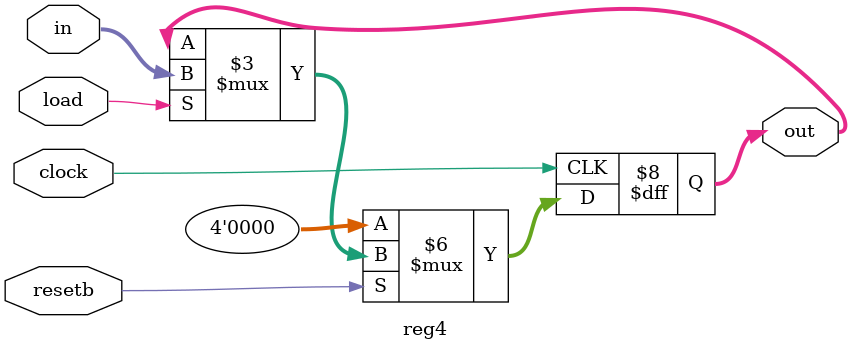
<source format=sv>
module reg4(input clock, input load, input resetb, input[3:0] in, output reg[3:0] out);
    always @(posedge clock) begin
        if (!resetb) out <= 4'b0;
        else if (load) out <= in;
    end
endmodule
</source>
